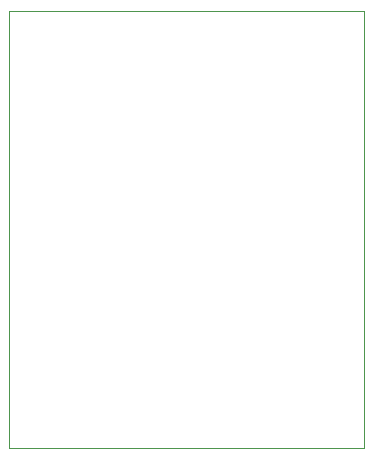
<source format=gbr>
%TF.GenerationSoftware,KiCad,Pcbnew,(5.99.0-12374-g2479e1d7b1)*%
%TF.CreationDate,2021-11-10T00:42:55+03:00*%
%TF.ProjectId,swr,7377722e-6b69-4636-9164-5f7063625858,rev?*%
%TF.SameCoordinates,Original*%
%TF.FileFunction,Profile,NP*%
%FSLAX46Y46*%
G04 Gerber Fmt 4.6, Leading zero omitted, Abs format (unit mm)*
G04 Created by KiCad (PCBNEW (5.99.0-12374-g2479e1d7b1)) date 2021-11-10 00:42:55*
%MOMM*%
%LPD*%
G01*
G04 APERTURE LIST*
%TA.AperFunction,Profile*%
%ADD10C,0.050000*%
%TD*%
G04 APERTURE END LIST*
D10*
X137000000Y-104000000D02*
X137000000Y-67000000D01*
X137000000Y-67000000D02*
X167000000Y-67000000D01*
X167000000Y-67000000D02*
X167000000Y-104000000D01*
X167000000Y-104000000D02*
X137000000Y-104000000D01*
M02*

</source>
